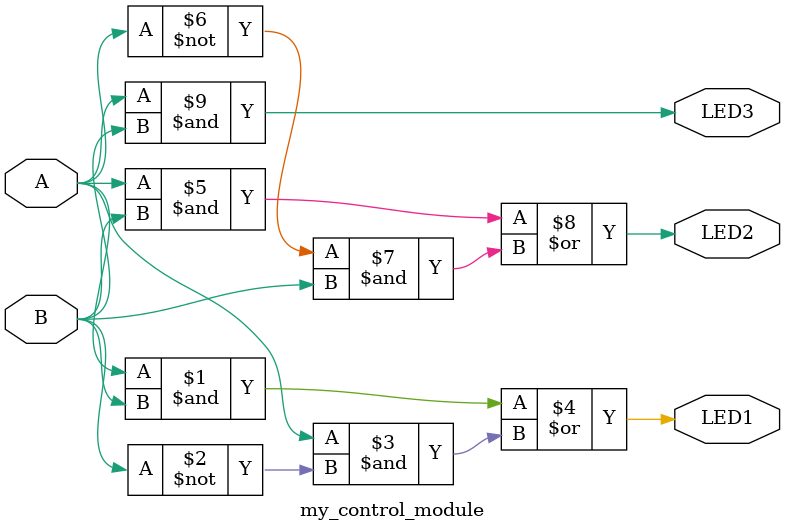
<source format=v>
`timescale 1ns / 1ps


module my_control_module(
    input A,
    input B,
    output LED1,
    output LED2,
    output LED3
    );
    
    assign LED1 = (A & B) | (A & ~B);
    assign LED2 = (A & B) | (~A & B);
    assign LED3 = A & B;
endmodule

</source>
